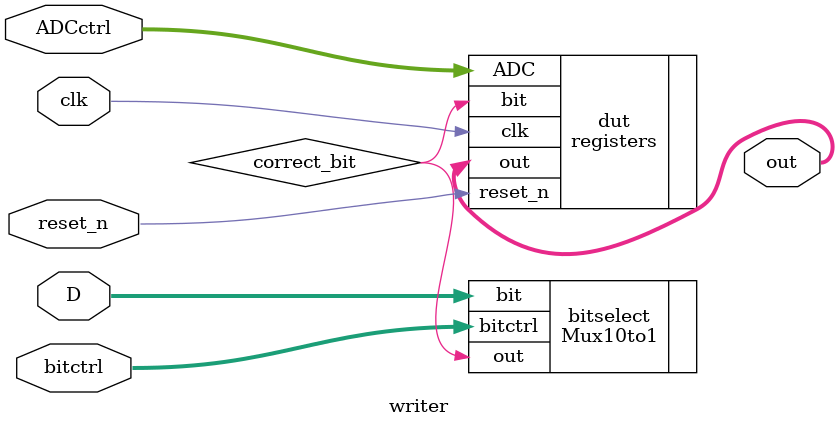
<source format=v>
`timescale 1ns / 1ps


module writer(
    input clk,
    input reset_n,
    input [7:0] ADCctrl,  //which ADC is being used
    input [9:0] D,  //bits from SAR ADC
    input [9:0] bitctrl, //which bit 
    output [79:0] out //ADC0 = 0-9, ADC1 = 10-19, etc
    );
    
    wire correct_bit;
    wire [7:0] ADCenable;
    
    Mux10to1 bitselect (
    .bit(D),
    .bitctrl(bitctrl),
    .out(correct_bit)
    );
 
    registers dut (
    .clk(clk),
    .reset_n(reset_n),
    .bit(correct_bit),
    .ADC(ADCctrl),
    .out(out)   
    );
    
endmodule
</source>
